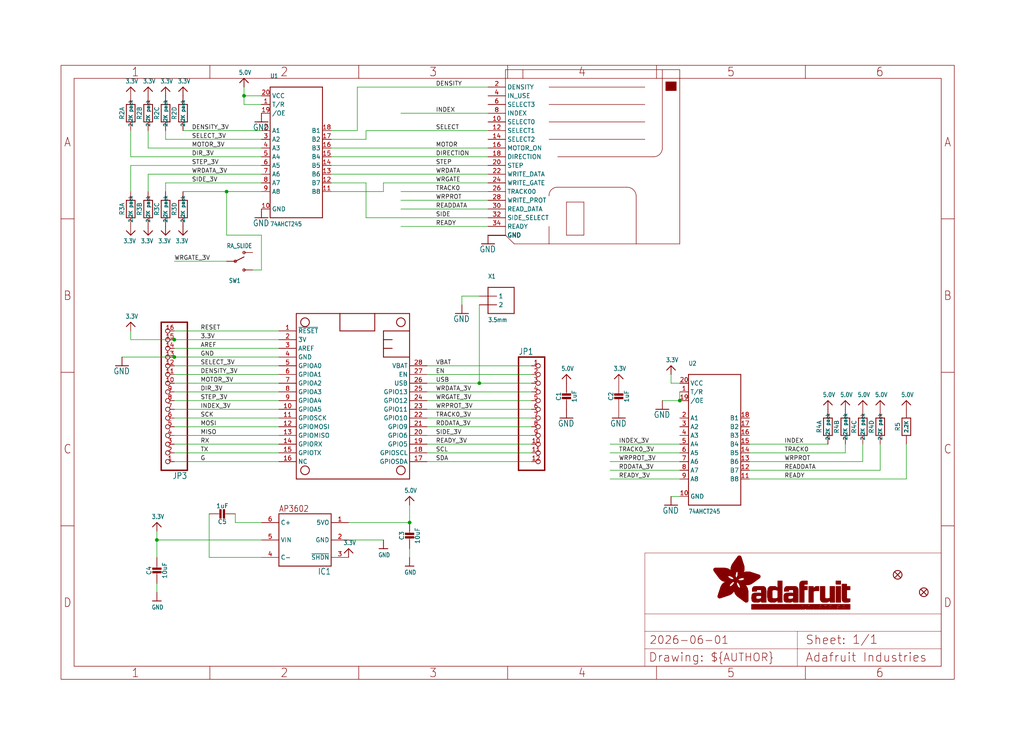
<source format=kicad_sch>
(kicad_sch (version 20230121) (generator eeschema)
  (paper "User" 298.45 217.322)
  (lib_symbols
    (symbol "working-eagle-import:3.3V" (power)
      (property "Value" "3.3V" (at -1.524 1.016 0))
      (symbol "3.3V_1_0"
        (pin power_in line (at 0 -2.54 90) (length 2.54) (name "3.3V") (number "1"))
      )
    )
    (symbol "working-eagle-import:5.0V" (power)
      (property "Value" "5.0V" (at -1.524 1.016 0))
      (symbol "5.0V_1_0"
        (pin power_in line (at 0 -2.54 90) (length 2.54) (name "5.0V") (number "1"))
      )
    )
    (symbol "working-eagle-import:74LCX245_SSOP20"
      (property "Reference" "U" (at -7.62 22.86 0))
      (symbol "74LCX245_SSOP20_1_0"
        (pin bidirectional line (at -10.16 15.24 0) (length 2.54) (name "T/R") (number "1"))
        (pin bidirectional line (at -10.16 -15.24 0) (length 2.54) (name "GND") (number "10"))
        (pin bidirectional line (at 10.16 -10.16 180) (length 2.54) (name "B8") (number "11"))
        (pin bidirectional line (at 10.16 -7.62 180) (length 2.54) (name "B7") (number "12"))
        (pin bidirectional line (at 10.16 -5.08 180) (length 2.54) (name "B6") (number "13"))
        (pin bidirectional line (at 10.16 -2.54 180) (length 2.54) (name "B5") (number "14"))
        (pin bidirectional line (at 10.16 0 180) (length 2.54) (name "B4") (number "15"))
        (pin bidirectional line (at 10.16 2.54 180) (length 2.54) (name "B3") (number "16"))
        (pin bidirectional line (at 10.16 5.08 180) (length 2.54) (name "B2") (number "17"))
        (pin bidirectional line (at 10.16 7.62 180) (length 2.54) (name "B1") (number "18"))
        (pin bidirectional line (at -10.16 12.7 0) (length 2.54) (name "/OE") (number "19"))
        (pin bidirectional line (at -10.16 7.62 0) (length 2.54) (name "A1") (number "2"))
        (pin bidirectional line (at -10.16 17.78 0) (length 2.54) (name "VCC") (number "20"))
        (pin bidirectional line (at -10.16 5.08 0) (length 2.54) (name "A2") (number "3"))
        (pin bidirectional line (at -10.16 2.54 0) (length 2.54) (name "A3") (number "4"))
        (pin bidirectional line (at -10.16 0 0) (length 2.54) (name "A4") (number "5"))
        (pin bidirectional line (at -10.16 -2.54 0) (length 2.54) (name "A5") (number "6"))
        (pin bidirectional line (at -10.16 -5.08 0) (length 2.54) (name "A6") (number "7"))
        (pin bidirectional line (at -10.16 -7.62 0) (length 2.54) (name "A7") (number "8"))
        (pin bidirectional line (at -10.16 -10.16 0) (length 2.54) (name "A8") (number "9"))
      )
    )
    (symbol "working-eagle-import:AP3602"
      (property "Reference" "IC" (at -7.62 -10.16 0))
      (symbol "AP3602_1_0"
        (text "AP3602" (at 7.62 10.16 0) (effects (font (size 1.778 1.5113)) (justify right top)))
        (pin power_in line (at -12.7 5.08 0) (length 5.08) (name "5VO") (number "1"))
        (pin power_in line (at -12.7 0 0) (length 5.08) (name "GND") (number "2"))
        (pin input line (at -12.7 -5.08 0) (length 5.08) (name "~{SHDN}") (number "3"))
        (pin bidirectional line (at 12.7 -5.08 180) (length 5.08) (name "C-") (number "4"))
        (pin power_in line (at 12.7 0 180) (length 5.08) (name "VIN") (number "5"))
        (pin bidirectional line (at 12.7 5.08 180) (length 5.08) (name "C+") (number "6"))
      )
    )
    (symbol "working-eagle-import:CAP_CERAMIC0603_NO"
      (property "Reference" "C" (at -2.29 1.25 90))
      (symbol "CAP_CERAMIC0603_NO_1_0"
        (pin passive line (at 0 5.08 270) (length 2.54) (name "1") (number "1"))
        (pin passive line (at 0 -2.54 90) (length 2.54) (name "2") (number "2"))
      )
    )
    (symbol "working-eagle-import:CAP_CERAMIC0805-NOOUTLINE"
      (property "Reference" "C" (at -2.29 1.25 90))
      (symbol "CAP_CERAMIC0805-NOOUTLINE_1_0"
        (pin passive line (at 0 5.08 270) (length 2.54) (name "1") (number "1"))
        (pin passive line (at 0 -2.54 90) (length 2.54) (name "2") (number "2"))
      )
    )
    (symbol "working-eagle-import:FEATHERWING"
      (symbol "FEATHERWING_1_0"
        (pin input line (at 5.08 -5.08 90) (length 5.08) (name "~{RESET}") (number "1"))
        (pin bidirectional line (at 27.94 -5.08 90) (length 5.08) (name "GPIOA5") (number "10"))
        (pin bidirectional line (at 30.48 -5.08 90) (length 5.08) (name "GPIOSCK") (number "11"))
        (pin bidirectional line (at 33.02 -5.08 90) (length 5.08) (name "GPIOMOSI") (number "12"))
        (pin bidirectional line (at 35.56 -5.08 90) (length 5.08) (name "GPIOMISO") (number "13"))
        (pin bidirectional line (at 38.1 -5.08 90) (length 5.08) (name "GPIORX") (number "14"))
        (pin bidirectional line (at 40.64 -5.08 90) (length 5.08) (name "GPIOTX") (number "15"))
        (pin passive line (at 43.18 -5.08 90) (length 5.08) (name "NC") (number "16"))
        (pin bidirectional line (at 43.18 38.1 270) (length 5.08) (name "GPIOSDA") (number "17"))
        (pin bidirectional line (at 40.64 38.1 270) (length 5.08) (name "GPIOSCL") (number "18"))
        (pin bidirectional line (at 38.1 38.1 270) (length 5.08) (name "GPIO5") (number "19"))
        (pin power_in line (at 7.62 -5.08 90) (length 5.08) (name "3V") (number "2"))
        (pin bidirectional line (at 35.56 38.1 270) (length 5.08) (name "GPIO6") (number "20"))
        (pin bidirectional line (at 33.02 38.1 270) (length 5.08) (name "GPIO9") (number "21"))
        (pin bidirectional line (at 30.48 38.1 270) (length 5.08) (name "GPIO10") (number "22"))
        (pin bidirectional line (at 27.94 38.1 270) (length 5.08) (name "GPIO11") (number "23"))
        (pin bidirectional line (at 25.4 38.1 270) (length 5.08) (name "GPIO12") (number "24"))
        (pin bidirectional line (at 22.86 38.1 270) (length 5.08) (name "GPIO13") (number "25"))
        (pin power_in line (at 20.32 38.1 270) (length 5.08) (name "USB") (number "26"))
        (pin passive line (at 17.78 38.1 270) (length 5.08) (name "EN") (number "27"))
        (pin power_in line (at 15.24 38.1 270) (length 5.08) (name "VBAT") (number "28"))
        (pin passive line (at 10.16 -5.08 90) (length 5.08) (name "AREF") (number "3"))
        (pin power_in line (at 12.7 -5.08 90) (length 5.08) (name "GND") (number "4"))
        (pin bidirectional line (at 15.24 -5.08 90) (length 5.08) (name "GPIOA0") (number "5"))
        (pin bidirectional line (at 17.78 -5.08 90) (length 5.08) (name "GPIOA1") (number "6"))
        (pin bidirectional line (at 20.32 -5.08 90) (length 5.08) (name "GPIOA2") (number "7"))
        (pin bidirectional line (at 22.86 -5.08 90) (length 5.08) (name "GPIOA3") (number "8"))
        (pin bidirectional line (at 25.4 -5.08 90) (length 5.08) (name "GPIOA4") (number "9"))
      )
    )
    (symbol "working-eagle-import:FIDUCIAL_1MM")
    (symbol "working-eagle-import:FLOPPY_IDC_SMT"
      (symbol "FLOPPY_IDC_SMT_1_0"
        (pin power_in line (at -30.48 -22.86 0) (length 5.08) (name "GND") (number "1"))
        (pin input line (at -30.48 10.16 0) (length 5.08) (name "SELECT0") (number "10"))
        (pin power_in line (at -30.48 -22.86 0) (length 5.08) (name "GND") (number "11"))
        (pin input line (at -30.48 7.62 0) (length 5.08) (name "SELECT1") (number "12"))
        (pin power_in line (at -30.48 -22.86 0) (length 5.08) (name "GND") (number "13"))
        (pin input line (at -30.48 5.08 0) (length 5.08) (name "SELECT2") (number "14"))
        (pin power_in line (at -30.48 -22.86 0) (length 5.08) (name "GND") (number "15"))
        (pin input line (at -30.48 2.54 0) (length 5.08) (name "MOTOR_ON") (number "16"))
        (pin power_in line (at -30.48 -22.86 0) (length 5.08) (name "GND") (number "17"))
        (pin input line (at -30.48 0 0) (length 5.08) (name "DIRECTION") (number "18"))
        (pin power_in line (at -30.48 -22.86 0) (length 5.08) (name "GND") (number "19"))
        (pin input line (at -30.48 20.32 0) (length 5.08) (name "DENSITY") (number "2"))
        (pin input line (at -30.48 -2.54 0) (length 5.08) (name "STEP") (number "20"))
        (pin power_in line (at -30.48 -22.86 0) (length 5.08) (name "GND") (number "21"))
        (pin input line (at -30.48 -5.08 0) (length 5.08) (name "WRITE_DATA") (number "22"))
        (pin power_in line (at -30.48 -22.86 0) (length 5.08) (name "GND") (number "23"))
        (pin input line (at -30.48 -7.62 0) (length 5.08) (name "WRITE_GATE") (number "24"))
        (pin power_in line (at -30.48 -22.86 0) (length 5.08) (name "GND") (number "25"))
        (pin output line (at -30.48 -10.16 0) (length 5.08) (name "TRACK00") (number "26"))
        (pin power_in line (at -30.48 -22.86 0) (length 5.08) (name "GND") (number "27"))
        (pin output line (at -30.48 -12.7 0) (length 5.08) (name "WRITE_PROT") (number "28"))
        (pin power_in line (at -30.48 -22.86 0) (length 5.08) (name "GND") (number "29"))
        (pin power_in line (at -30.48 -22.86 0) (length 5.08) (name "GND") (number "3"))
        (pin output line (at -30.48 -15.24 0) (length 5.08) (name "READ_DATA") (number "30"))
        (pin power_in line (at -30.48 -22.86 0) (length 5.08) (name "GND") (number "31"))
        (pin input line (at -30.48 -17.78 0) (length 5.08) (name "SIDE_SELECT") (number "32"))
        (pin power_in line (at -30.48 -22.86 0) (length 5.08) (name "GND") (number "33"))
        (pin output line (at -30.48 -20.32 0) (length 5.08) (name "READY") (number "34"))
        (pin input line (at -30.48 17.78 0) (length 5.08) (name "IN_USE") (number "4"))
        (pin power_in line (at -30.48 -22.86 0) (length 5.08) (name "GND") (number "5"))
        (pin input line (at -30.48 15.24 0) (length 5.08) (name "SELECT3") (number "6"))
        (pin power_in line (at -30.48 -22.86 0) (length 5.08) (name "GND") (number "7"))
        (pin output line (at -30.48 12.7 0) (length 5.08) (name "INDEX") (number "8"))
        (pin power_in line (at -30.48 -22.86 0) (length 5.08) (name "GND") (number "9"))
      )
    )
    (symbol "working-eagle-import:FRAME_A4_ADAFRUIT"
      (symbol "FRAME_A4_ADAFRUIT_1_0"
        (text "${#}/${##}" (at 230.505 10.16 0) (effects (font (size 2.54 2.54)) (justify left bottom)))
        (text "${AUTHOR}" (at 189.23 5.08 0) (effects (font (size 2.286 2.286)) (justify left bottom)))
        (text "${CURRENT_DATE}" (at 171.45 10.16 0) (effects (font (size 2.286 2.286)) (justify left bottom)))
        (text "${PROJECTNAME}" (at 171.45 15.24 0) (effects (font (size 2.54 2.54)) (justify left bottom)))
        (text "1" (at 21.6958 1.905 0) (effects (font (size 2.54 2.286))))
        (text "1" (at 21.6958 177.165 0) (effects (font (size 2.54 2.286))))
        (text "2" (at 65.0875 1.905 0) (effects (font (size 2.54 2.286))))
        (text "2" (at 65.0875 177.165 0) (effects (font (size 2.54 2.286))))
        (text "3" (at 108.4792 1.905 0) (effects (font (size 2.54 2.286))))
        (text "3" (at 108.4792 177.165 0) (effects (font (size 2.54 2.286))))
        (text "4" (at 151.8708 1.905 0) (effects (font (size 2.54 2.286))))
        (text "4" (at 151.8708 177.165 0) (effects (font (size 2.54 2.286))))
        (text "5" (at 195.2625 1.905 0) (effects (font (size 2.54 2.286))))
        (text "5" (at 195.2625 177.165 0) (effects (font (size 2.54 2.286))))
        (text "6" (at 238.6542 1.905 0) (effects (font (size 2.54 2.286))))
        (text "6" (at 238.6542 177.165 0) (effects (font (size 2.54 2.286))))
        (text "A" (at 1.905 156.6863 0) (effects (font (size 2.54 2.286))))
        (text "A" (at 258.445 156.6863 0) (effects (font (size 2.54 2.286))))
        (text "Adafruit Industries" (at 216.916 4.953 0) (effects (font (size 2.54 2.54)) (justify left bottom)))
        (text "B" (at 1.905 111.9188 0) (effects (font (size 2.54 2.286))))
        (text "B" (at 258.445 111.9188 0) (effects (font (size 2.54 2.286))))
        (text "C" (at 1.905 67.1513 0) (effects (font (size 2.54 2.286))))
        (text "C" (at 258.445 67.1513 0) (effects (font (size 2.54 2.286))))
        (text "D" (at 1.905 22.3838 0) (effects (font (size 2.54 2.286))))
        (text "D" (at 258.445 22.3838 0) (effects (font (size 2.54 2.286))))
        (text "Drawing:" (at 171.196 4.953 0) (effects (font (size 2.54 2.54)) (justify left bottom)))
        (text "Sheet:" (at 216.916 10.033 0) (effects (font (size 2.54 2.54)) (justify left bottom)))
      )
    )
    (symbol "working-eagle-import:GND" (power)
      (property "Value" "GND" (at -1.524 -2.54 0))
      (symbol "GND_1_0"
        (pin power_in line (at 0 2.54 270) (length 2.54) (name "GND") (number "1"))
      )
    )
    (symbol "working-eagle-import:HEADER-1X12"
      (property "Reference" "JP" (at -6.35 18.415 0))
      (symbol "HEADER-1X12_1_0"
        (pin passive inverted (at -2.54 15.24 0) (length 2.54) (name "1") (number "1"))
        (pin passive inverted (at -2.54 -7.62 0) (length 2.54) (name "10") (number "10"))
        (pin passive inverted (at -2.54 -10.16 0) (length 2.54) (name "11") (number "11"))
        (pin passive inverted (at -2.54 -12.7 0) (length 2.54) (name "12") (number "12"))
        (pin passive inverted (at -2.54 12.7 0) (length 2.54) (name "2") (number "2"))
        (pin passive inverted (at -2.54 10.16 0) (length 2.54) (name "3") (number "3"))
        (pin passive inverted (at -2.54 7.62 0) (length 2.54) (name "4") (number "4"))
        (pin passive inverted (at -2.54 5.08 0) (length 2.54) (name "5") (number "5"))
        (pin passive inverted (at -2.54 2.54 0) (length 2.54) (name "6") (number "6"))
        (pin passive inverted (at -2.54 0 0) (length 2.54) (name "7") (number "7"))
        (pin passive inverted (at -2.54 -2.54 0) (length 2.54) (name "8") (number "8"))
        (pin passive inverted (at -2.54 -5.08 0) (length 2.54) (name "9") (number "9"))
      )
    )
    (symbol "working-eagle-import:HEADER-1X16ROUND"
      (property "Reference" "JP" (at -6.35 20.955 0))
      (symbol "HEADER-1X16ROUND_1_0"
        (pin passive inverted (at -2.54 17.78 0) (length 2.54) (name "1") (number "1"))
        (pin passive inverted (at -2.54 -5.08 0) (length 2.54) (name "10") (number "10"))
        (pin passive inverted (at -2.54 -7.62 0) (length 2.54) (name "11") (number "11"))
        (pin passive inverted (at -2.54 -10.16 0) (length 2.54) (name "12") (number "12"))
        (pin passive inverted (at -2.54 -12.7 0) (length 2.54) (name "13") (number "13"))
        (pin passive inverted (at -2.54 -15.24 0) (length 2.54) (name "14") (number "14"))
        (pin passive inverted (at -2.54 -17.78 0) (length 2.54) (name "15") (number "15"))
        (pin passive inverted (at -2.54 -20.32 0) (length 2.54) (name "16") (number "16"))
        (pin passive inverted (at -2.54 15.24 0) (length 2.54) (name "2") (number "2"))
        (pin passive inverted (at -2.54 12.7 0) (length 2.54) (name "3") (number "3"))
        (pin passive inverted (at -2.54 10.16 0) (length 2.54) (name "4") (number "4"))
        (pin passive inverted (at -2.54 7.62 0) (length 2.54) (name "5") (number "5"))
        (pin passive inverted (at -2.54 5.08 0) (length 2.54) (name "6") (number "6"))
        (pin passive inverted (at -2.54 2.54 0) (length 2.54) (name "7") (number "7"))
        (pin passive inverted (at -2.54 0 0) (length 2.54) (name "8") (number "8"))
        (pin passive inverted (at -2.54 -2.54 0) (length 2.54) (name "9") (number "9"))
      )
    )
    (symbol "working-eagle-import:RESISTOR_0603_NOOUT"
      (property "Reference" "R" (at 0 2.54 0))
      (symbol "RESISTOR_0603_NOOUT_1_0"
        (pin passive line (at -5.08 0 0) (length 2.54) (name "1") (number "1"))
        (pin passive line (at 5.08 0 180) (length 2.54) (name "2") (number "2"))
      )
    )
    (symbol "working-eagle-import:RESISTOR_4PACK"
      (property "Reference" "R" (at 0 2.54 0))
      (symbol "RESISTOR_4PACK_1_0"
        (pin passive line (at -5.08 0 0) (length 2.54) (name "1") (number "1"))
        (pin passive line (at 5.08 0 180) (length 2.54) (name "2") (number "8"))
      )
      (symbol "RESISTOR_4PACK_2_0"
        (pin passive line (at -5.08 0 0) (length 2.54) (name "1") (number "2"))
        (pin passive line (at 5.08 0 180) (length 2.54) (name "2") (number "7"))
      )
      (symbol "RESISTOR_4PACK_3_0"
        (pin passive line (at -5.08 0 0) (length 2.54) (name "1") (number "3"))
        (pin passive line (at 5.08 0 180) (length 2.54) (name "2") (number "6"))
      )
      (symbol "RESISTOR_4PACK_4_0"
        (pin passive line (at -5.08 0 0) (length 2.54) (name "1") (number "4"))
        (pin passive line (at 5.08 0 180) (length 2.54) (name "2") (number "5"))
      )
    )
    (symbol "working-eagle-import:SWITCH_SPDT"
      (property "Reference" "SW" (at -4.445 -6.35 0))
      (symbol "SWITCH_SPDT_1_0"
        (pin passive line (at 2.54 2.54 180) (length 2.54) (name "O") (number "A"))
        (pin passive line (at -5.08 0 0) (length 2.54) (name "P") (number "B"))
        (pin passive line (at 2.54 -2.54 180) (length 2.54) (name "S") (number "C"))
      )
    )
    (symbol "working-eagle-import:TERMBLOCK_1X2_3.5MM"
      (property "Reference" "X" (at -2.54 7.62 0))
      (symbol "TERMBLOCK_1X2_3.5MM_1_0"
        (pin passive line (at -5.08 2.54 0) (length 5.08) (name "1") (number "1"))
        (pin passive line (at -5.08 0 0) (length 5.08) (name "2") (number "2"))
      )
    )
    (symbol "working-eagle-import:supply1_GND" (power)
      (property "Value" "supply1_GND" (at -2.54 -2.54 0))
      (symbol "supply1_GND_1_0"
        (pin power_in line (at 0 2.54 270) (length 2.54) (name "GND") (number "1"))
      )
    )
  )
  (junction (at 66.04 55.88))
  (junction (at 139.7 111.76))
  (junction (at 119.38 152.4))
  (junction (at 50.8 99.06))
  (junction (at 45.72 157.48))
  (junction (at 71.12 27.94))
  (junction (at 198.12 116.84))
  (junction (at 50.8 104.14))
  (wire (pts (xy 139.7 111.76) (xy 124.46 111.76)) (stroke (width 0.1524)))
  (wire (pts (xy 45.72 170.18) (xy 45.72 172.72)) (stroke (width 0.1524)))
  (wire (pts (xy 50.8 116.84) (xy 81.28 116.84)) (stroke (width 0.1524)))
  (wire (pts (xy 76.2 38.1) (xy 53.34 38.1)) (stroke (width 0.1524)))
  (wire (pts (xy 154.94 114.3) (xy 124.46 114.3)) (stroke (width 0.1524)))
  (wire (pts (xy 134.62 86.36) (xy 134.62 88.9)) (stroke (width 0.1524)))
  (wire (pts (xy 106.68 40.64) (xy 96.52 40.64)) (stroke (width 0.1524)))
  (wire (pts (xy 154.94 119.38) (xy 124.46 119.38)) (stroke (width 0.1524)))
  (wire (pts (xy 106.68 38.1) (xy 142.24 38.1)) (stroke (width 0.1524)))
  (wire (pts (xy 71.12 30.48) (xy 71.12 27.94)) (stroke (width 0.1524)))
  (wire (pts (xy 264.16 139.7) (xy 264.16 129.54)) (stroke (width 0.1524)))
  (wire (pts (xy 101.6 152.4) (xy 119.38 152.4)) (stroke (width 0.1524)))
  (wire (pts (xy 139.7 86.36) (xy 134.62 86.36)) (stroke (width 0.1524)))
  (wire (pts (xy 154.94 106.68) (xy 124.46 106.68)) (stroke (width 0.1524)))
  (wire (pts (xy 111.76 53.34) (xy 142.24 53.34)) (stroke (width 0.1524)))
  (wire (pts (xy 104.14 38.1) (xy 104.14 25.4)) (stroke (width 0.1524)))
  (wire (pts (xy 50.8 96.52) (xy 81.28 96.52)) (stroke (width 0.1524)))
  (wire (pts (xy 38.1 45.72) (xy 38.1 38.1)) (stroke (width 0.1524)))
  (wire (pts (xy 50.8 104.14) (xy 35.56 104.14)) (stroke (width 0.1524)))
  (wire (pts (xy 76.2 152.4) (xy 68.58 152.4)) (stroke (width 0.1524)))
  (wire (pts (xy 154.94 127) (xy 124.46 127)) (stroke (width 0.1524)))
  (wire (pts (xy 43.18 50.8) (xy 76.2 50.8)) (stroke (width 0.1524)))
  (wire (pts (xy 116.84 55.88) (xy 142.24 55.88)) (stroke (width 0.1524)))
  (wire (pts (xy 154.94 121.92) (xy 124.46 121.92)) (stroke (width 0.1524)))
  (wire (pts (xy 48.26 40.64) (xy 76.2 40.64)) (stroke (width 0.1524)))
  (wire (pts (xy 38.1 45.72) (xy 76.2 45.72)) (stroke (width 0.1524)))
  (wire (pts (xy 73.66 78.74) (xy 76.2 78.74)) (stroke (width 0.1524)))
  (wire (pts (xy 76.2 68.58) (xy 66.04 68.58)) (stroke (width 0.1524)))
  (wire (pts (xy 60.96 162.56) (xy 60.96 149.86)) (stroke (width 0.1524)))
  (wire (pts (xy 154.94 124.46) (xy 124.46 124.46)) (stroke (width 0.1524)))
  (wire (pts (xy 154.94 111.76) (xy 139.7 111.76)) (stroke (width 0.1524)))
  (wire (pts (xy 50.8 106.68) (xy 81.28 106.68)) (stroke (width 0.1524)))
  (wire (pts (xy 218.44 139.7) (xy 264.16 139.7)) (stroke (width 0.1524)))
  (wire (pts (xy 116.84 58.42) (xy 142.24 58.42)) (stroke (width 0.1524)))
  (wire (pts (xy 68.58 152.4) (xy 68.58 149.86)) (stroke (width 0.1524)))
  (wire (pts (xy 66.04 76.2) (xy 50.8 76.2)) (stroke (width 0.1524)))
  (wire (pts (xy 198.12 114.3) (xy 198.12 116.84)) (stroke (width 0.1524)))
  (wire (pts (xy 50.8 134.62) (xy 81.28 134.62)) (stroke (width 0.1524)))
  (wire (pts (xy 96.52 48.26) (xy 142.24 48.26)) (stroke (width 0.1524)))
  (wire (pts (xy 195.58 144.78) (xy 198.12 144.78)) (stroke (width 0.1524)))
  (wire (pts (xy 38.1 48.26) (xy 38.1 55.88)) (stroke (width 0.1524)))
  (wire (pts (xy 76.2 157.48) (xy 45.72 157.48)) (stroke (width 0.1524)))
  (wire (pts (xy 50.8 124.46) (xy 81.28 124.46)) (stroke (width 0.1524)))
  (wire (pts (xy 246.38 132.08) (xy 246.38 129.54)) (stroke (width 0.1524)))
  (wire (pts (xy 154.94 109.22) (xy 124.46 109.22)) (stroke (width 0.1524)))
  (wire (pts (xy 111.76 55.88) (xy 111.76 53.34)) (stroke (width 0.1524)))
  (wire (pts (xy 76.2 30.48) (xy 71.12 30.48)) (stroke (width 0.1524)))
  (wire (pts (xy 50.8 104.14) (xy 81.28 104.14)) (stroke (width 0.1524)))
  (wire (pts (xy 48.26 40.64) (xy 48.26 38.1)) (stroke (width 0.1524)))
  (wire (pts (xy 96.52 43.18) (xy 142.24 43.18)) (stroke (width 0.1524)))
  (wire (pts (xy 50.8 109.22) (xy 81.28 109.22)) (stroke (width 0.1524)))
  (wire (pts (xy 198.12 134.62) (xy 177.8 134.62)) (stroke (width 0.1524)))
  (wire (pts (xy 48.26 53.34) (xy 48.26 55.88)) (stroke (width 0.1524)))
  (wire (pts (xy 76.2 162.56) (xy 60.96 162.56)) (stroke (width 0.1524)))
  (wire (pts (xy 195.58 111.76) (xy 195.58 109.22)) (stroke (width 0.1524)))
  (wire (pts (xy 154.94 134.62) (xy 124.46 134.62)) (stroke (width 0.1524)))
  (wire (pts (xy 177.8 129.54) (xy 198.12 129.54)) (stroke (width 0.1524)))
  (wire (pts (xy 50.8 132.08) (xy 81.28 132.08)) (stroke (width 0.1524)))
  (wire (pts (xy 104.14 25.4) (xy 142.24 25.4)) (stroke (width 0.1524)))
  (wire (pts (xy 116.84 66.04) (xy 142.24 66.04)) (stroke (width 0.1524)))
  (wire (pts (xy 50.8 114.3) (xy 81.28 114.3)) (stroke (width 0.1524)))
  (wire (pts (xy 50.8 129.54) (xy 81.28 129.54)) (stroke (width 0.1524)))
  (wire (pts (xy 154.94 132.08) (xy 124.46 132.08)) (stroke (width 0.1524)))
  (wire (pts (xy 142.24 33.02) (xy 116.84 33.02)) (stroke (width 0.1524)))
  (wire (pts (xy 256.54 137.16) (xy 256.54 129.54)) (stroke (width 0.1524)))
  (wire (pts (xy 96.52 38.1) (xy 104.14 38.1)) (stroke (width 0.1524)))
  (wire (pts (xy 246.38 132.08) (xy 218.44 132.08)) (stroke (width 0.1524)))
  (wire (pts (xy 76.2 27.94) (xy 71.12 27.94)) (stroke (width 0.1524)))
  (wire (pts (xy 45.72 157.48) (xy 45.72 154.94)) (stroke (width 0.1524)))
  (wire (pts (xy 76.2 43.18) (xy 43.18 43.18)) (stroke (width 0.1524)))
  (wire (pts (xy 50.8 99.06) (xy 38.1 99.06)) (stroke (width 0.1524)))
  (wire (pts (xy 177.8 137.16) (xy 198.12 137.16)) (stroke (width 0.1524)))
  (wire (pts (xy 218.44 129.54) (xy 241.3 129.54)) (stroke (width 0.1524)))
  (wire (pts (xy 50.8 99.06) (xy 81.28 99.06)) (stroke (width 0.1524)))
  (wire (pts (xy 218.44 134.62) (xy 251.46 134.62)) (stroke (width 0.1524)))
  (wire (pts (xy 50.8 127) (xy 81.28 127)) (stroke (width 0.1524)))
  (wire (pts (xy 45.72 157.48) (xy 45.72 162.56)) (stroke (width 0.1524)))
  (wire (pts (xy 177.8 139.7) (xy 198.12 139.7)) (stroke (width 0.1524)))
  (wire (pts (xy 66.04 55.88) (xy 76.2 55.88)) (stroke (width 0.1524)))
  (wire (pts (xy 50.8 101.6) (xy 81.28 101.6)) (stroke (width 0.1524)))
  (wire (pts (xy 154.94 116.84) (xy 124.46 116.84)) (stroke (width 0.1524)))
  (wire (pts (xy 198.12 111.76) (xy 195.58 111.76)) (stroke (width 0.1524)))
  (wire (pts (xy 96.52 50.8) (xy 142.24 50.8)) (stroke (width 0.1524)))
  (wire (pts (xy 139.7 111.76) (xy 139.7 88.9)) (stroke (width 0.1524)))
  (wire (pts (xy 198.12 132.08) (xy 177.8 132.08)) (stroke (width 0.1524)))
  (wire (pts (xy 96.52 55.88) (xy 111.76 55.88)) (stroke (width 0.1524)))
  (wire (pts (xy 96.52 45.72) (xy 142.24 45.72)) (stroke (width 0.1524)))
  (wire (pts (xy 50.8 111.76) (xy 81.28 111.76)) (stroke (width 0.1524)))
  (wire (pts (xy 53.34 55.88) (xy 66.04 55.88)) (stroke (width 0.1524)))
  (wire (pts (xy 43.18 50.8) (xy 43.18 55.88)) (stroke (width 0.1524)))
  (wire (pts (xy 116.84 60.96) (xy 142.24 60.96)) (stroke (width 0.1524)))
  (wire (pts (xy 154.94 129.54) (xy 124.46 129.54)) (stroke (width 0.1524)))
  (wire (pts (xy 106.68 63.5) (xy 142.24 63.5)) (stroke (width 0.1524)))
  (wire (pts (xy 66.04 68.58) (xy 66.04 55.88)) (stroke (width 0.1524)))
  (wire (pts (xy 50.8 121.92) (xy 81.28 121.92)) (stroke (width 0.1524)))
  (wire (pts (xy 106.68 38.1) (xy 106.68 40.64)) (stroke (width 0.1524)))
  (wire (pts (xy 71.12 27.94) (xy 71.12 25.4)) (stroke (width 0.1524)))
  (wire (pts (xy 251.46 134.62) (xy 251.46 129.54)) (stroke (width 0.1524)))
  (wire (pts (xy 38.1 48.26) (xy 76.2 48.26)) (stroke (width 0.1524)))
  (wire (pts (xy 119.38 160.02) (xy 119.38 162.56)) (stroke (width 0.1524)))
  (wire (pts (xy 119.38 152.4) (xy 119.38 147.32)) (stroke (width 0.1524)))
  (wire (pts (xy 38.1 99.06) (xy 38.1 96.52)) (stroke (width 0.1524)))
  (wire (pts (xy 106.68 53.34) (xy 96.52 53.34)) (stroke (width 0.1524)))
  (wire (pts (xy 76.2 78.74) (xy 76.2 68.58)) (stroke (width 0.1524)))
  (wire (pts (xy 48.26 53.34) (xy 76.2 53.34)) (stroke (width 0.1524)))
  (wire (pts (xy 50.8 119.38) (xy 81.28 119.38)) (stroke (width 0.1524)))
  (wire (pts (xy 256.54 137.16) (xy 218.44 137.16)) (stroke (width 0.1524)))
  (wire (pts (xy 43.18 38.1) (xy 43.18 43.18)) (stroke (width 0.1524)))
  (wire (pts (xy 193.04 116.84) (xy 198.12 116.84)) (stroke (width 0.1524)))
  (wire (pts (xy 111.76 157.48) (xy 101.6 157.48)) (stroke (width 0.1524)))
  (wire (pts (xy 106.68 53.34) (xy 106.68 63.5)) (stroke (width 0.1524)))
  (label "READY" (at 127 66.04 0) (effects (font (size 1.2446 1.2446))))
  (label "WRPROT_3V" (at 127 119.38 0) (effects (font (size 1.2446 1.2446))))
  (label "3.3V" (at 58.42 99.06 0) (effects (font (size 1.2446 1.2446))))
  (label "INDEX_3V" (at 180.34 129.54 0) (effects (font (size 1.2446 1.2446))))
  (label "SIDE" (at 127 63.5 0) (effects (font (size 1.2446 1.2446))))
  (label "READDATA" (at 127 60.96 0) (effects (font (size 1.2446 1.2446))))
  (label "WRGATE" (at 127 53.34 0) (effects (font (size 1.2446 1.2446))))
  (label "READDATA" (at 228.6 137.16 0) (effects (font (size 1.2446 1.2446))))
  (label "TX" (at 58.42 132.08 0) (effects (font (size 1.2446 1.2446))))
  (label "TRACK0_3V" (at 127 121.92 0) (effects (font (size 1.2446 1.2446))))
  (label "MISO" (at 58.42 127 0) (effects (font (size 1.2446 1.2446))))
  (label "STEP_3V" (at 55.88 48.26 0) (effects (font (size 1.2446 1.2446))))
  (label "AREF" (at 58.42 101.6 0) (effects (font (size 1.2446 1.2446))))
  (label "INDEX" (at 127 33.02 0) (effects (font (size 1.2446 1.2446))))
  (label "SCK" (at 58.42 121.92 0) (effects (font (size 1.2446 1.2446))))
  (label "MOSI" (at 58.42 124.46 0) (effects (font (size 1.2446 1.2446))))
  (label "RX" (at 58.42 129.54 0) (effects (font (size 1.2446 1.2446))))
  (label "RDDATA_3V" (at 127 124.46 0) (effects (font (size 1.2446 1.2446))))
  (label "MOTOR_3V" (at 58.42 111.76 0) (effects (font (size 1.2446 1.2446))))
  (label "DIR_3V" (at 58.42 114.3 0) (effects (font (size 1.2446 1.2446))))
  (label "WRPROT" (at 228.6 134.62 0) (effects (font (size 1.2446 1.2446))))
  (label "MOTOR_3V" (at 55.88 43.18 0) (effects (font (size 1.2446 1.2446))))
  (label "SELECT_3V" (at 55.88 40.64 0) (effects (font (size 1.2446 1.2446))))
  (label "DENSITY_3V" (at 58.42 109.22 0) (effects (font (size 1.2446 1.2446))))
  (label "TRACK0" (at 127 55.88 0) (effects (font (size 1.2446 1.2446))))
  (label "USB" (at 127 111.76 0) (effects (font (size 1.2446 1.2446))))
  (label "SCL" (at 127 132.08 0) (effects (font (size 1.2446 1.2446))))
  (label "DENSITY_3V" (at 55.88 38.1 0) (effects (font (size 1.2446 1.2446))))
  (label "RESET" (at 58.42 96.52 0) (effects (font (size 1.2446 1.2446))))
  (label "STEP" (at 127 48.26 0) (effects (font (size 1.2446 1.2446))))
  (label "DIRECTION" (at 127 45.72 0) (effects (font (size 1.2446 1.2446))))
  (label "STEP_3V" (at 58.42 116.84 0) (effects (font (size 1.2446 1.2446))))
  (label "WRPROT" (at 127 58.42 0) (effects (font (size 1.2446 1.2446))))
  (label "WRGATE_3V" (at 50.8 76.2 0) (effects (font (size 1.2446 1.2446))))
  (label "EN" (at 127 109.22 0) (effects (font (size 1.2446 1.2446))))
  (label "WRDATA_3V" (at 127 114.3 0) (effects (font (size 1.2446 1.2446))))
  (label "INDEX_3V" (at 58.42 119.38 0) (effects (font (size 1.2446 1.2446))))
  (label "SIDE_3V" (at 55.88 53.34 0) (effects (font (size 1.2446 1.2446))))
  (label "TRACK0_3V" (at 180.34 132.08 0) (effects (font (size 1.2446 1.2446))))
  (label "WRDATA_3V" (at 55.88 50.8 0) (effects (font (size 1.2446 1.2446))))
  (label "READY" (at 228.6 139.7 0) (effects (font (size 1.2446 1.2446))))
  (label "SIDE_3V" (at 127 127 0) (effects (font (size 1.2446 1.2446))))
  (label "INDEX" (at 228.6 129.54 0) (effects (font (size 1.2446 1.2446))))
  (label "DENSITY" (at 127 25.4 0) (effects (font (size 1.2446 1.2446))))
  (label "SDA" (at 127 134.62 0) (effects (font (size 1.2446 1.2446))))
  (label "WRGATE_3V" (at 127 116.84 0) (effects (font (size 1.2446 1.2446))))
  (label "MOTOR" (at 127 43.18 0) (effects (font (size 1.2446 1.2446))))
  (label "READY_3V" (at 180.34 139.7 0) (effects (font (size 1.2446 1.2446))))
  (label "WRPROT_3V" (at 180.34 134.62 0) (effects (font (size 1.2446 1.2446))))
  (label "GND" (at 58.42 104.14 0) (effects (font (size 1.2446 1.2446))))
  (label "WRDATA" (at 127 50.8 0) (effects (font (size 1.2446 1.2446))))
  (label "TRACK0" (at 228.6 132.08 0) (effects (font (size 1.2446 1.2446))))
  (label "SELECT" (at 127 38.1 0) (effects (font (size 1.2446 1.2446))))
  (label "DIR_3V" (at 55.88 45.72 0) (effects (font (size 1.2446 1.2446))))
  (label "SELECT_3V" (at 58.42 106.68 0) (effects (font (size 1.2446 1.2446))))
  (label "VBAT" (at 127 106.68 0) (effects (font (size 1.2446 1.2446))))
  (label "READY_3V" (at 127 129.54 0) (effects (font (size 1.2446 1.2446))))
  (label "G" (at 58.42 134.62 0) (effects (font (size 1.2446 1.2446))))
  (label "RDDATA_3V" (at 180.34 137.16 0) (effects (font (size 1.2446 1.2446))))
  (symbol (lib_id "working-eagle-import:RESISTOR_4PACK") (at 48.26 33.02 90) (unit 3)
    (property "Reference" "R2" (at 45.72 33.02 0))
    (property "Value" "2.2K pack" (at 48.26 33.02 0) (effects (font (size 1.016 1.016) bold)))
    (property "Footprint" "working:RESPACK_4X0603" (effects hide))
  )
  (symbol (lib_id "working-eagle-import:5.0V") (at 165.1 109.22 0) (unit 1)
    (property "Reference" "#U$2" (effects hide))
    (property "Value" "5.0V" (at 163.576 108.204 0) (effects (font (size 1.27 1.0795)) (justify left bottom)))
  )
  (symbol (lib_id "working-eagle-import:SWITCH_SPDT") (at 71.12 76.2 0) (unit 1)
    (property "Reference" "SW1" (at 66.675 82.55 0) (effects (font (size 1.27 1.0795)) (justify left bottom)))
    (property "Value" "RA_SLIDE" (at 66.04 72.39 0) (effects (font (size 1.27 1.0795)) (justify left bottom)))
    (property "Footprint" "working:SPDT_SMT_SSSS811101" (effects hide))
  )
  (symbol (lib_id "working-eagle-import:supply1_GND") (at 180.34 121.92 0) (unit 1)
    (property "Reference" "#GND3" (effects hide))
    (property "Value" "GND" (at 177.8 124.46 0) (effects (font (size 1.778 1.5113)) (justify left bottom)))
  )
  (symbol (lib_id "working-eagle-import:RESISTOR_4PACK") (at 38.1 60.96 90) (unit 1)
    (property "Reference" "R3" (at 35.56 60.96 0))
    (property "Value" "2.2K pack" (at 38.1 60.96 0) (effects (font (size 1.016 1.016) bold)))
    (property "Footprint" "working:RESPACK_4X0603" (effects hide))
  )
  (symbol (lib_id "working-eagle-import:3.3V") (at 53.34 68.58 180) (unit 1)
    (property "Reference" "#U$11" (effects hide))
    (property "Value" "3.3V" (at 54.864 69.596 0) (effects (font (size 1.27 1.0795)) (justify left bottom)))
  )
  (symbol (lib_id "working-eagle-import:supply1_GND") (at 76.2 63.5 0) (unit 1)
    (property "Reference" "#GND5" (effects hide))
    (property "Value" "GND" (at 73.66 66.04 0) (effects (font (size 1.778 1.5113)) (justify left bottom)))
  )
  (symbol (lib_id "working-eagle-import:3.3V") (at 38.1 93.98 0) (unit 1)
    (property "Reference" "#U$3" (effects hide))
    (property "Value" "3.3V" (at 36.576 92.964 0) (effects (font (size 1.27 1.0795)) (justify left bottom)))
  )
  (symbol (lib_id "working-eagle-import:RESISTOR_4PACK") (at 246.38 124.46 90) (unit 2)
    (property "Reference" "R4" (at 243.84 124.46 0))
    (property "Value" "2.2K pack" (at 246.38 124.46 0) (effects (font (size 1.016 1.016) bold)))
    (property "Footprint" "working:RESPACK_4X0603" (effects hide))
  )
  (symbol (lib_id "working-eagle-import:5.0V") (at 241.3 116.84 0) (unit 1)
    (property "Reference" "#U$15" (effects hide))
    (property "Value" "5.0V" (at 239.776 115.824 0) (effects (font (size 1.27 1.0795)) (justify left bottom)))
  )
  (symbol (lib_id "working-eagle-import:74LCX245_SSOP20") (at 208.28 129.54 0) (unit 1)
    (property "Reference" "U2" (at 200.66 106.68 0) (effects (font (size 1.27 1.0795)) (justify left bottom)))
    (property "Value" "74AHCT245" (at 200.66 149.86 0) (effects (font (size 1.27 1.0795)) (justify left bottom)))
    (property "Footprint" "working:SSOP20" (effects hide))
  )
  (symbol (lib_id "working-eagle-import:RESISTOR_4PACK") (at 256.54 124.46 90) (unit 4)
    (property "Reference" "R4" (at 254 124.46 0))
    (property "Value" "2.2K pack" (at 256.54 124.46 0) (effects (font (size 1.016 1.016) bold)))
    (property "Footprint" "working:RESPACK_4X0603" (effects hide))
  )
  (symbol (lib_id "working-eagle-import:3.3V") (at 38.1 68.58 180) (unit 1)
    (property "Reference" "#U$4" (effects hide))
    (property "Value" "3.3V" (at 39.624 69.596 0) (effects (font (size 1.27 1.0795)) (justify left bottom)))
  )
  (symbol (lib_id "working-eagle-import:RESISTOR_4PACK") (at 38.1 33.02 90) (unit 1)
    (property "Reference" "R2" (at 35.56 33.02 0))
    (property "Value" "2.2K pack" (at 38.1 33.02 0) (effects (font (size 1.016 1.016) bold)))
    (property "Footprint" "working:RESPACK_4X0603" (effects hide))
  )
  (symbol (lib_id "working-eagle-import:RESISTOR_4PACK") (at 53.34 60.96 90) (unit 4)
    (property "Reference" "R3" (at 50.8 60.96 0))
    (property "Value" "2.2K pack" (at 53.34 60.96 0) (effects (font (size 1.016 1.016) bold)))
    (property "Footprint" "working:RESPACK_4X0603" (effects hide))
  )
  (symbol (lib_id "working-eagle-import:RESISTOR_4PACK") (at 241.3 124.46 90) (unit 1)
    (property "Reference" "R4" (at 238.76 124.46 0))
    (property "Value" "2.2K pack" (at 241.3 124.46 0) (effects (font (size 1.016 1.016) bold)))
    (property "Footprint" "working:RESPACK_4X0603" (effects hide))
  )
  (symbol (lib_id "working-eagle-import:GND") (at 45.72 175.26 0) (unit 1)
    (property "Reference" "#U$21" (effects hide))
    (property "Value" "GND" (at 44.196 177.8 0) (effects (font (size 1.27 1.0795)) (justify left bottom)))
  )
  (symbol (lib_id "working-eagle-import:CAP_CERAMIC0805-NOOUTLINE") (at 119.38 157.48 0) (unit 1)
    (property "Reference" "C3" (at 117.09 156.23 90))
    (property "Value" "10uF" (at 121.68 156.23 90))
    (property "Footprint" "working:0805-NO" (effects hide))
  )
  (symbol (lib_id "working-eagle-import:3.3V") (at 101.6 160.02 0) (unit 1)
    (property "Reference" "#U$23" (effects hide))
    (property "Value" "3.3V" (at 100.076 159.004 0) (effects (font (size 1.27 1.0795)) (justify left bottom)))
  )
  (symbol (lib_id "working-eagle-import:AP3602") (at 88.9 157.48 0) (mirror y) (unit 1)
    (property "Reference" "IC1" (at 96.52 167.64 0) (effects (font (size 1.778 1.5113)) (justify left bottom)))
    (property "Value" "AP3602" (effects hide))
    (property "Footprint" "working:SOT23-6" (effects hide))
  )
  (symbol (lib_id "working-eagle-import:3.3V") (at 43.18 68.58 180) (unit 1)
    (property "Reference" "#U$9" (effects hide))
    (property "Value" "3.3V" (at 44.704 69.596 0) (effects (font (size 1.27 1.0795)) (justify left bottom)))
  )
  (symbol (lib_id "working-eagle-import:5.0V") (at 264.16 116.84 0) (unit 1)
    (property "Reference" "#U$20" (effects hide))
    (property "Value" "5.0V" (at 262.636 115.824 0) (effects (font (size 1.27 1.0795)) (justify left bottom)))
  )
  (symbol (lib_id "working-eagle-import:supply1_GND") (at 193.04 119.38 0) (unit 1)
    (property "Reference" "#GND8" (effects hide))
    (property "Value" "GND" (at 190.5 121.92 0) (effects (font (size 1.778 1.5113)) (justify left bottom)))
  )
  (symbol (lib_id "working-eagle-import:FLOPPY_IDC_SMT") (at 172.72 45.72 0) (unit 1)
    (property "Reference" "FDD1" (effects hide))
    (property "Value" "FLOPPY_IDC_SMT" (effects hide))
    (property "Footprint" "working:2X17_FLOPPY_SMTIDC" (effects hide))
  )
  (symbol (lib_id "working-eagle-import:CAP_CERAMIC0603_NO") (at 66.04 149.86 90) (unit 1)
    (property "Reference" "C5" (at 64.79 152.15 90))
    (property "Value" "1uF" (at 64.79 147.56 90))
    (property "Footprint" "working:0603-NO" (effects hide))
  )
  (symbol (lib_id "working-eagle-import:CAP_CERAMIC0603_NO") (at 165.1 116.84 0) (unit 1)
    (property "Reference" "C1" (at 162.81 115.59 90))
    (property "Value" "1uF" (at 167.4 115.59 90))
    (property "Footprint" "working:0603-NO" (effects hide))
  )
  (symbol (lib_id "working-eagle-import:TERMBLOCK_1X2_3.5MM") (at 144.78 88.9 0) (unit 1)
    (property "Reference" "X1" (at 142.24 81.28 0) (effects (font (size 1.27 1.0795)) (justify left bottom)))
    (property "Value" "3.5mm" (at 142.24 93.98 0) (effects (font (size 1.27 1.0795)) (justify left bottom)))
    (property "Footprint" "working:TERMBLOCK_1X2-3.5MM" (effects hide))
  )
  (symbol (lib_id "working-eagle-import:3.3V") (at 43.18 25.4 0) (unit 1)
    (property "Reference" "#U$6" (effects hide))
    (property "Value" "3.3V" (at 41.656 24.384 0) (effects (font (size 1.27 1.0795)) (justify left bottom)))
  )
  (symbol (lib_id "working-eagle-import:3.3V") (at 48.26 25.4 0) (unit 1)
    (property "Reference" "#U$7" (effects hide))
    (property "Value" "3.3V" (at 46.736 24.384 0) (effects (font (size 1.27 1.0795)) (justify left bottom)))
  )
  (symbol (lib_id "working-eagle-import:3.3V") (at 48.26 68.58 180) (unit 1)
    (property "Reference" "#U$10" (effects hide))
    (property "Value" "3.3V" (at 49.784 69.596 0) (effects (font (size 1.27 1.0795)) (justify left bottom)))
  )
  (symbol (lib_id "working-eagle-import:RESISTOR_4PACK") (at 53.34 33.02 90) (unit 4)
    (property "Reference" "R2" (at 50.8 33.02 0))
    (property "Value" "2.2K pack" (at 53.34 33.02 0) (effects (font (size 1.016 1.016) bold)))
    (property "Footprint" "working:RESPACK_4X0603" (effects hide))
  )
  (symbol (lib_id "working-eagle-import:3.3V") (at 53.34 25.4 0) (unit 1)
    (property "Reference" "#U$8" (effects hide))
    (property "Value" "3.3V" (at 51.816 24.384 0) (effects (font (size 1.27 1.0795)) (justify left bottom)))
  )
  (symbol (lib_id "working-eagle-import:supply1_GND") (at 134.62 91.44 0) (unit 1)
    (property "Reference" "#GND9" (effects hide))
    (property "Value" "GND" (at 132.08 93.98 0) (effects (font (size 1.778 1.5113)) (justify left bottom)))
  )
  (symbol (lib_id "working-eagle-import:3.3V") (at 195.58 106.68 0) (unit 1)
    (property "Reference" "#U$12" (effects hide))
    (property "Value" "3.3V" (at 194.056 105.664 0) (effects (font (size 1.27 1.0795)) (justify left bottom)))
  )
  (symbol (lib_id "working-eagle-import:RESISTOR_4PACK") (at 48.26 60.96 90) (unit 3)
    (property "Reference" "R3" (at 45.72 60.96 0))
    (property "Value" "2.2K pack" (at 48.26 60.96 0) (effects (font (size 1.016 1.016) bold)))
    (property "Footprint" "working:RESPACK_4X0603" (effects hide))
  )
  (symbol (lib_id "working-eagle-import:5.0V") (at 119.38 144.78 0) (unit 1)
    (property "Reference" "#U$24" (effects hide))
    (property "Value" "5.0V" (at 117.856 143.764 0) (effects (font (size 1.27 1.0795)) (justify left bottom)))
  )
  (symbol (lib_id "working-eagle-import:supply1_GND") (at 35.56 106.68 0) (unit 1)
    (property "Reference" "#GND1" (effects hide))
    (property "Value" "GND" (at 33.02 109.22 0) (effects (font (size 1.778 1.5113)) (justify left bottom)))
  )
  (symbol (lib_id "working-eagle-import:74LCX245_SSOP20") (at 86.36 45.72 0) (unit 1)
    (property "Reference" "U1" (at 78.74 22.86 0) (effects (font (size 1.27 1.0795)) (justify left bottom)))
    (property "Value" "74AHCT245" (at 78.74 66.04 0) (effects (font (size 1.27 1.0795)) (justify left bottom)))
    (property "Footprint" "working:SSOP20" (effects hide))
  )
  (symbol (lib_id "working-eagle-import:5.0V") (at 71.12 22.86 0) (unit 1)
    (property "Reference" "#U$13" (effects hide))
    (property "Value" "5.0V" (at 69.596 21.844 0) (effects (font (size 1.27 1.0795)) (justify left bottom)))
  )
  (symbol (lib_id "working-eagle-import:GND") (at 111.76 160.02 0) (unit 1)
    (property "Reference" "#U$25" (effects hide))
    (property "Value" "GND" (at 110.236 162.56 0) (effects (font (size 1.27 1.0795)) (justify left bottom)))
  )
  (symbol (lib_id "working-eagle-import:5.0V") (at 251.46 116.84 0) (unit 1)
    (property "Reference" "#U$17" (effects hide))
    (property "Value" "5.0V" (at 249.936 115.824 0) (effects (font (size 1.27 1.0795)) (justify left bottom)))
  )
  (symbol (lib_id "working-eagle-import:CAP_CERAMIC0805-NOOUTLINE") (at 45.72 167.64 0) (unit 1)
    (property "Reference" "C4" (at 43.43 166.39 90))
    (property "Value" "10uF" (at 48.02 166.39 90))
    (property "Footprint" "working:0805-NO" (effects hide))
  )
  (symbol (lib_id "working-eagle-import:supply1_GND") (at 165.1 121.92 0) (unit 1)
    (property "Reference" "#GND2" (effects hide))
    (property "Value" "GND" (at 162.56 124.46 0) (effects (font (size 1.778 1.5113)) (justify left bottom)))
  )
  (symbol (lib_id "working-eagle-import:CAP_CERAMIC0603_NO") (at 180.34 116.84 0) (unit 1)
    (property "Reference" "C2" (at 178.05 115.59 90))
    (property "Value" "1uF" (at 182.64 115.59 90))
    (property "Footprint" "working:0603-NO" (effects hide))
  )
  (symbol (lib_id "working-eagle-import:5.0V") (at 256.54 116.84 0) (unit 1)
    (property "Reference" "#U$18" (effects hide))
    (property "Value" "5.0V" (at 255.016 115.824 0) (effects (font (size 1.27 1.0795)) (justify left bottom)))
  )
  (symbol (lib_id "working-eagle-import:RESISTOR_4PACK") (at 43.18 60.96 90) (unit 2)
    (property "Reference" "R3" (at 40.64 60.96 0))
    (property "Value" "2.2K pack" (at 43.18 60.96 0) (effects (font (size 1.016 1.016) bold)))
    (property "Footprint" "working:RESPACK_4X0603" (effects hide))
  )
  (symbol (lib_id "working-eagle-import:supply1_GND") (at 76.2 35.56 0) (unit 1)
    (property "Reference" "#GND7" (effects hide))
    (property "Value" "GND" (at 73.66 38.1 0) (effects (font (size 1.778 1.5113)) (justify left bottom)))
  )
  (symbol (lib_id "working-eagle-import:3.3V") (at 180.34 109.22 0) (unit 1)
    (property "Reference" "#U$14" (effects hide))
    (property "Value" "3.3V" (at 178.816 108.204 0) (effects (font (size 1.27 1.0795)) (justify left bottom)))
  )
  (symbol (lib_id "working-eagle-import:supply1_GND") (at 195.58 147.32 0) (unit 1)
    (property "Reference" "#GND6" (effects hide))
    (property "Value" "GND" (at 193.04 149.86 0) (effects (font (size 1.778 1.5113)) (justify left bottom)))
  )
  (symbol (lib_id "working-eagle-import:5.0V") (at 246.38 116.84 0) (unit 1)
    (property "Reference" "#U$16" (effects hide))
    (property "Value" "5.0V" (at 244.856 115.824 0) (effects (font (size 1.27 1.0795)) (justify left bottom)))
  )
  (symbol (lib_id "working-eagle-import:3.3V") (at 45.72 152.4 0) (unit 1)
    (property "Reference" "#U$22" (effects hide))
    (property "Value" "3.3V" (at 44.196 151.384 0) (effects (font (size 1.27 1.0795)) (justify left bottom)))
  )
  (symbol (lib_id "working-eagle-import:HEADER-1X12") (at 157.48 121.92 0) (unit 1)
    (property "Reference" "JP1" (at 151.13 103.505 0) (effects (font (size 1.778 1.5113)) (justify left bottom)))
    (property "Value" "HEADER-1X12" (effects hide))
    (property "Footprint" "working:1X12_ROUND" (effects hide))
  )
  (symbol (lib_id "working-eagle-import:FIDUCIAL_1MM") (at 269.24 172.72 0) (unit 1)
    (property "Reference" "FID2" (effects hide))
    (property "Value" "FIDUCIAL_1MM" (effects hide))
    (property "Footprint" "working:FIDUCIAL_1MM" (effects hide))
  )
  (symbol (lib_id "working-eagle-import:HEADER-1X16ROUND") (at 48.26 116.84 180) (unit 1)
    (property "Reference" "JP3" (at 54.61 137.795 0) (effects (font (size 1.778 1.5113)) (justify left bottom)))
    (property "Value" "HEADER-1X16ROUND" (effects hide))
    (property "Footprint" "working:1X16_ROUND" (effects hide))
  )
  (symbol (lib_id "working-eagle-import:RESISTOR_4PACK") (at 251.46 124.46 90) (unit 3)
    (property "Reference" "R4" (at 248.92 124.46 0))
    (property "Value" "2.2K pack" (at 251.46 124.46 0) (effects (font (size 1.016 1.016) bold)))
    (property "Footprint" "working:RESPACK_4X0603" (effects hide))
  )
  (symbol (lib_id "working-eagle-import:RESISTOR_0603_NOOUT") (at 264.16 124.46 90) (unit 1)
    (property "Reference" "R5" (at 261.62 124.46 0))
    (property "Value" "2.2K" (at 264.16 124.46 0) (effects (font (size 1.016 1.016) bold)))
    (property "Footprint" "working:0603-NO" (effects hide))
  )
  (symbol (lib_id "working-eagle-import:FIDUCIAL_1MM") (at 261.62 167.64 0) (unit 1)
    (property "Reference" "FID1" (effects hide))
    (property "Value" "FIDUCIAL_1MM" (effects hide))
    (property "Footprint" "working:FIDUCIAL_1MM" (effects hide))
  )
  (symbol (lib_id "working-eagle-import:FEATHERWING") (at 86.36 91.44 270) (unit 1)
    (property "Reference" "MS1" (effects hide))
    (property "Value" "FEATHERWING" (effects hide))
    (property "Footprint" "working:FEATHERWING" (effects hide))
  )
  (symbol (lib_id "working-eagle-import:FRAME_A4_ADAFRUIT") (at 17.78 198.12 0) (unit 1)
    (property "Reference" "#U$1" (effects hide))
    (property "Value" "FRAME_A4_ADAFRUIT" (effects hide))
  )
  (symbol (lib_id "working-eagle-import:supply1_GND") (at 142.24 71.12 0) (unit 1)
    (property "Reference" "#GND4" (effects hide))
    (property "Value" "GND" (at 139.7 73.66 0) (effects (font (size 1.778 1.5113)) (justify left bottom)))
  )
  (symbol (lib_id "working-eagle-import:RESISTOR_4PACK") (at 43.18 33.02 90) (unit 2)
    (property "Reference" "R2" (at 40.64 33.02 0))
    (property "Value" "2.2K pack" (at 43.18 33.02 0) (effects (font (size 1.016 1.016) bold)))
    (property "Footprint" "working:RESPACK_4X0603" (effects hide))
  )
  (symbol (lib_id "working-eagle-import:3.3V") (at 38.1 25.4 0) (unit 1)
    (property "Reference" "#U$5" (effects hide))
    (property "Value" "3.3V" (at 36.576 24.384 0) (effects (font (size 1.27 1.0795)) (justify left bottom)))
  )
  (symbol (lib_id "working-eagle-import:GND") (at 119.38 165.1 0) (unit 1)
    (property "Reference" "#U$19" (effects hide))
    (property "Value" "GND" (at 117.856 167.64 0) (effects (font (size 1.27 1.0795)) (justify left bottom)))
  )
)
</source>
